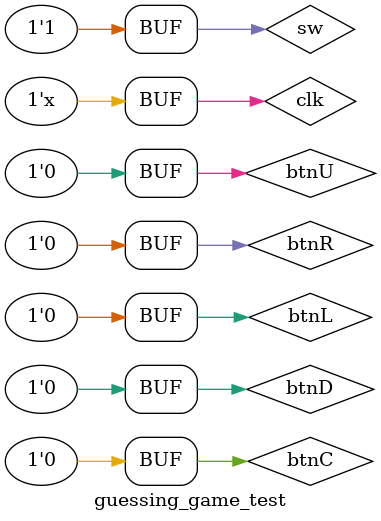
<source format=sv>
`timescale 1ns / 1ps

module guessing_game_test();
    reg btnU;
    reg btnD;
    reg btnR;
    reg btnL;
    reg btnC;
    reg clk;
    reg sw;
    wire [6:0] seg;
    wire [3:0] an;
    wire [15:0] led; 
    
    guessing_game test( .btnU(btnU), .btnD(btnD), .btnR(btnR),
        .btnL(btnL), .btnC(btnC), .clk(clk), .seg(seg), .an(an), 
        .led(led));
        
always begin
    clk = ~clk; #10;
end

initial begin
    clk = 0; btnC = 0; btnU = 0; btnD = 0; btnR = 0; btnL = 0; sw = 0; #10;
    btnC = 1; #10;
    btnC = 0; #10;
    btnU = 1; btnD = 0; btnR = 0; btnL = 0; sw = 0; #10;
    btnU = 0; btnD = 0; btnR = 0; btnL = 0; sw = 0; #10;
    btnU = 0; btnD = 1; btnR = 0; btnL = 0; sw = 0; #10;
    btnU = 0; btnD = 0; btnR = 0; btnL = 0; sw = 0; #10;
    btnU = 0; btnD = 0; btnR = 1; btnL = 0; sw = 0; #10;
    btnU = 0; btnD = 0; btnR = 0; btnL = 0; sw = 0; #10;
    btnU = 0; btnD = 0; btnR = 0; btnL = 1; sw = 0; #10;
    btnU = 0; btnD = 0; btnR = 0; btnL = 0; sw = 0; #10;
    btnU = 1; btnD = 0; btnR = 0; btnL = 0; sw = 1; #2621440;
    btnU = 0; btnD = 0; btnR = 0; btnL = 0; sw = 1; #2621440;
    btnU = 0; btnD = 1; btnR = 0; btnL = 0; sw = 1; #2621440;
    btnU = 0; btnD = 0; btnR = 0; btnL = 0; sw = 1; #2621440;
    btnU = 0; btnD = 0; btnR = 1; btnL = 0; sw = 1; #2621440;
    btnU = 0; btnD = 0; btnR = 0; btnL = 0; sw = 1; #2621440;
    btnU = 0; btnD = 0; btnR = 0; btnL = 1; sw = 1; #2621440;
    btnU = 0; btnD = 0; btnR = 0; btnL = 0; sw = 1; #2621440;
  
end
endmodule
</source>
